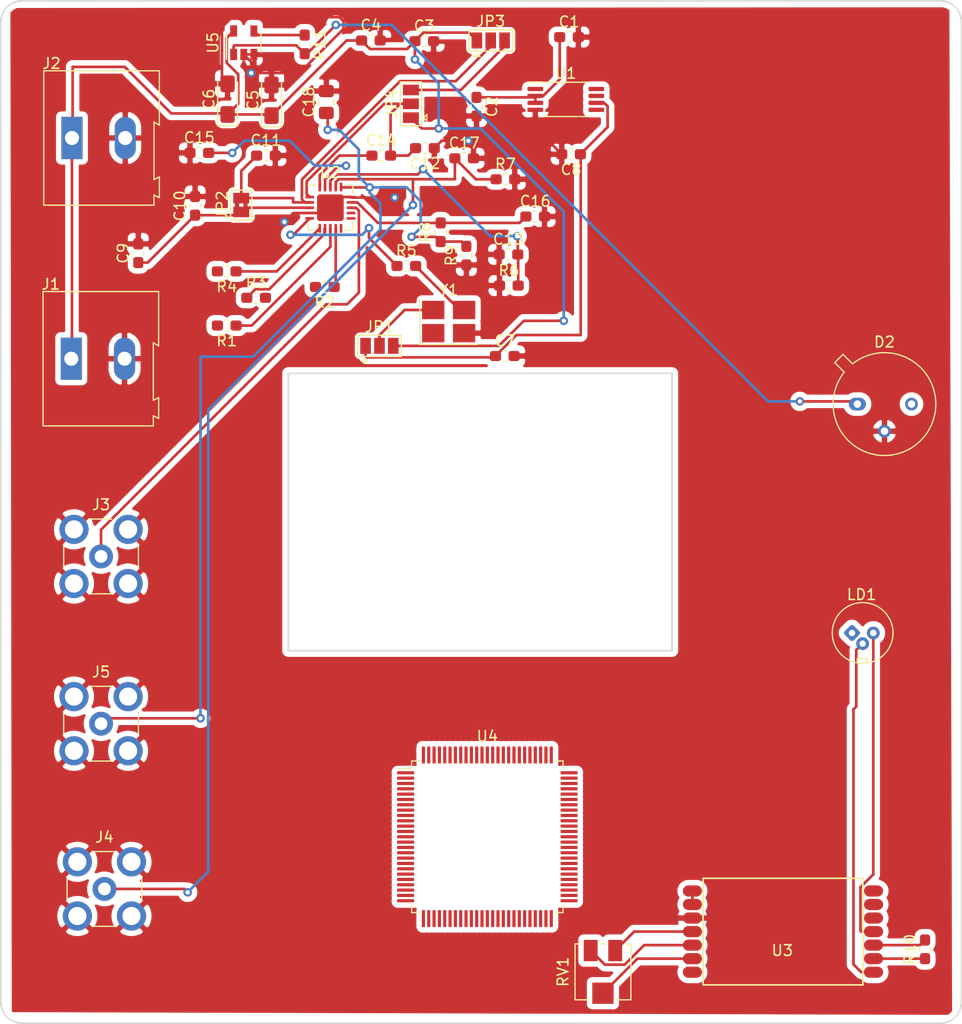
<source format=kicad_pcb>
(kicad_pcb (version 20171130) (host pcbnew "(5.1.6)-1")
  (layers (0 F.Cu signal) (31 B.Cu signal) (34 B.Paste user) (35 F.Paste user) (36 B.SilkS user) (37 F.SilkS user) (38 B.Mask user) (39 F.Mask user) (44 Edge.Cuts user))
  (net 0 "")
  (net 1 GND)
  (net 2 /rf_generator/5V_EXT)
  (net 3 "Net-(C7-Pad1)")
  (net 4 "Net-(C10-Pad1)")
  (net 5 "Net-(C12-Pad2)")
  (net 6 "Net-(C13-Pad2)")
  (net 7 "Net-(C14-Pad1)")
  (net 8 "Net-(C15-Pad2)")
  (net 9 "Net-(C16-Pad1)")
  (net 10 "Net-(C17-Pad1)")
  (net 11 "Net-(C18-Pad1)")
  (net 12 "Net-(D2-Pad1)")
  (net 13 "Net-(J3-Pad1)")
  (net 14 /rf_generator/RESET)
  (net 15 "Net-(R1-Pad1)")
  (net 16 /rf_generator/SLEEP)
  (net 17 "Net-(R2-Pad1)")
  (net 18 /rf_generator/PSEL)
  (net 19 "Net-(R3-Pad1)")
  (net 20 /rf_generator/FSEL)
  (net 21 "Net-(R4-Pad1)")
  (net 22 "Net-(R5-Pad2)")
  (net 23 "Net-(R5-Pad1)")
  (net 24 /rf_generator/FSYNC)
  (net 25 /rf_generator/SDATA)
  (net 26 "Net-(U4-Pad100)")
  (net 27 "Net-(U4-Pad99)")
  (net 28 "Net-(U4-Pad98)")
  (net 29 "Net-(U4-Pad97)")
  (net 30 "Net-(U4-Pad96)")
  (net 31 "Net-(U4-Pad95)")
  (net 32 "Net-(U4-Pad94)")
  (net 33 "Net-(U4-Pad93)")
  (net 34 "Net-(U4-Pad92)")
  (net 35 "Net-(U4-Pad91)")
  (net 36 "Net-(U4-Pad90)")
  (net 37 "Net-(U4-Pad89)")
  (net 38 "Net-(U4-Pad88)")
  (net 39 "Net-(U4-Pad87)")
  (net 40 "Net-(U4-Pad86)")
  (net 41 "Net-(U4-Pad85)")
  (net 42 "Net-(U4-Pad84)")
  (net 43 "Net-(U4-Pad83)")
  (net 44 "Net-(U4-Pad82)")
  (net 45 "Net-(U4-Pad81)")
  (net 46 "Net-(U4-Pad80)")
  (net 47 "Net-(U4-Pad79)")
  (net 48 "Net-(U4-Pad78)")
  (net 49 "Net-(U4-Pad77)")
  (net 50 "Net-(U4-Pad76)")
  (net 51 "Net-(U4-Pad75)")
  (net 52 "Net-(U4-Pad74)")
  (net 53 "Net-(U4-Pad73)")
  (net 54 "Net-(U4-Pad72)")
  (net 55 "Net-(U4-Pad71)")
  (net 56 "Net-(U4-Pad70)")
  (net 57 "Net-(U4-Pad69)")
  (net 58 "Net-(U4-Pad68)")
  (net 59 "Net-(U4-Pad67)")
  (net 60 "Net-(U4-Pad66)")
  (net 61 "Net-(U4-Pad65)")
  (net 62 "Net-(U4-Pad64)")
  (net 63 "Net-(U4-Pad63)")
  (net 64 "Net-(U4-Pad62)")
  (net 65 "Net-(U4-Pad61)")
  (net 66 "Net-(U4-Pad60)")
  (net 67 "Net-(U4-Pad59)")
  (net 68 "Net-(U4-Pad58)")
  (net 69 "Net-(U4-Pad57)")
  (net 70 "Net-(U4-Pad56)")
  (net 71 "Net-(U4-Pad55)")
  (net 72 "Net-(U4-Pad54)")
  (net 73 "Net-(U4-Pad53)")
  (net 74 "Net-(U4-Pad52)")
  (net 75 "Net-(U4-Pad51)")
  (net 76 "Net-(U4-Pad50)")
  (net 77 "Net-(U4-Pad49)")
  (net 78 "Net-(U4-Pad48)")
  (net 79 "Net-(U4-Pad47)")
  (net 80 "Net-(U4-Pad46)")
  (net 81 "Net-(U4-Pad45)")
  (net 82 "Net-(U4-Pad44)")
  (net 83 "Net-(U4-Pad43)")
  (net 84 "Net-(U4-Pad42)")
  (net 85 "Net-(U4-Pad41)")
  (net 86 "Net-(U4-Pad40)")
  (net 87 "Net-(U4-Pad39)")
  (net 88 "Net-(U4-Pad38)")
  (net 89 "Net-(U4-Pad37)")
  (net 90 "Net-(U4-Pad36)")
  (net 91 "Net-(U4-Pad35)")
  (net 92 "Net-(U4-Pad34)")
  (net 93 "Net-(U4-Pad33)")
  (net 94 "Net-(U4-Pad32)")
  (net 95 "Net-(U4-Pad31)")
  (net 96 "Net-(U4-Pad30)")
  (net 97 "Net-(U4-Pad29)")
  (net 98 "Net-(U4-Pad28)")
  (net 99 "Net-(U4-Pad27)")
  (net 100 "Net-(U4-Pad26)")
  (net 101 "Net-(U4-Pad25)")
  (net 102 "Net-(U4-Pad24)")
  (net 103 "Net-(U4-Pad23)")
  (net 104 "Net-(U4-Pad22)")
  (net 105 "Net-(U4-Pad21)")
  (net 106 "Net-(U4-Pad20)")
  (net 107 "Net-(U4-Pad19)")
  (net 108 "Net-(U4-Pad18)")
  (net 109 "Net-(U4-Pad17)")
  (net 110 "Net-(U4-Pad16)")
  (net 111 "Net-(U4-Pad15)")
  (net 112 "Net-(U4-Pad14)")
  (net 113 "Net-(U4-Pad13)")
  (net 114 "Net-(U4-Pad12)")
  (net 115 "Net-(U4-Pad11)")
  (net 116 "Net-(U4-Pad10)")
  (net 117 "Net-(U4-Pad9)")
  (net 118 "Net-(U4-Pad8)")
  (net 119 "Net-(U4-Pad7)")
  (net 120 "Net-(U4-Pad6)")
  (net 121 "Net-(U4-Pad5)")
  (net 122 "Net-(U4-Pad4)")
  (net 123 "Net-(U4-Pad3)")
  (net 124 "Net-(U4-Pad1)")
  (net 125 "Net-(JP1-Pad2)")
  (net 126 "Net-(LD1-Pad3)")
  (net 127 "Net-(LD1-Pad2)")
  (net 128 "Net-(R10-Pad2)")
  (net 129 /Laser/LD_CURR)
  (net 130 "Net-(R11-Pad1)")
  (net 131 "Net-(RV1-Pad3)")
  (net 132 "Net-(RV1-Pad2)")
  (net 133 "Net-(RV1-Pad1)")
  (net 134 "Net-(U1-Pad8)")
  (net 135 "Net-(U1-Pad7)")
  (net 136 "Net-(U1-Pad5)")
  (net 137 "Net-(U1-Pad1)")
  (net 138 "Net-(Y1-Pad1)")
  (net 139 "Net-(U3-Pad10)")
  (net 140 "Net-(U3-Pad9)")
  (net 141 "Net-(U3-Pad8)")
  (net 142 "Net-(U3-Pad7)")
  (net 143 +5V)
  (net 144 +3V3)
  (net 145 /rf_generator/DVDD1)
  (net 146 /rf_generator/3,3V_BF)
  (net 147 /Microcontroller/SCLK)
  (module Package_TO_SOT_SMD:SOT-23-5 (layer F.Cu) (at 122.8065 53.932 90)
    (fp_text reference U5 (at 0 -2.9 90) (layer F.SilkS))
    (fp_text value LM321)
    (pad 5 smd rect (at 1.1 -0.95 90) (size 1.06 0.65) (layers F.Cu F.Paste F.Mask) (net 144 +3V3))
    (pad 4 smd rect (at 1.1 0.95 90) (size 1.06 0.65) (layers F.Cu F.Paste F.Mask) (net 130 "Net-(R11-Pad1)"))
    (pad 3 smd rect (at -1.1 0.95 90) (size 1.06 0.65) (layers F.Cu F.Paste F.Mask) (net 1 GND))
    (pad 2 smd rect (at -1.1 0 90) (size 1.06 0.65) (layers F.Cu F.Paste F.Mask) (net 1 GND))
    (pad 1 smd rect (at -1.1 -0.95 90) (size 1.06 0.65) (layers F.Cu F.Paste F.Mask) (net 12 "Net-(D2-Pad1)"))
  )
  (module Payload_V01:MLD203CLN (layer F.Cu) (at 173.4185 137.287)
    (fp_text reference U3 (at -0.0635 1.778) (layer F.SilkS))
    (fp_text value MLD203CLN)
    (pad 14 smd oval (at 8.5 3.81) (size 1.8 1.05) (layers F.Cu F.Paste F.Mask) (net 127 "Net-(LD1-Pad2)"))
    (pad 13 smd oval (at 8.5 2.54) (size 1.8 1.05) (layers F.Cu F.Paste F.Mask) (net 129 /Laser/LD_CURR))
    (pad 12 smd oval (at 8.5 1.27) (size 1.8 1.05) (layers F.Cu F.Paste F.Mask) (net 128 "Net-(R10-Pad2)"))
    (pad 11 smd oval (at 8.5 0) (size 1.8 1.05) (layers F.Cu F.Paste F.Mask) (net 126 "Net-(LD1-Pad3)"))
    (pad 10 smd oval (at 8.5 -1.27) (size 1.8 1.05) (layers F.Cu F.Paste F.Mask) (net 139 "Net-(U3-Pad10)"))
    (pad 9 smd oval (at 8.5 -2.54) (size 1.8 1.05) (layers F.Cu F.Paste F.Mask) (net 140 "Net-(U3-Pad9)"))
    (pad 8 smd oval (at 8.5 -3.81) (size 1.8 1.05) (layers F.Cu F.Paste F.Mask) (net 141 "Net-(U3-Pad8)"))
    (pad 7 smd oval (at -8.5 3.81) (size 1.8 1.05) (layers F.Cu F.Paste F.Mask) (net 142 "Net-(U3-Pad7)"))
    (pad 6 smd oval (at -8.5 2.54) (size 1.8 1.05) (layers F.Cu F.Paste F.Mask) (net 132 "Net-(RV1-Pad2)"))
    (pad 5 smd oval (at -8.5 1.27) (size 1.8 1.05) (layers F.Cu F.Paste F.Mask) (net 133 "Net-(RV1-Pad1)"))
    (pad 4 smd oval (at -8.5 0) (size 1.8 1.05) (layers F.Cu F.Paste F.Mask) (net 131 "Net-(RV1-Pad3)"))
    (pad 3 smd oval (at -8.5 -1.27) (size 1.8 1.05) (layers F.Cu F.Paste F.Mask) (net 1 GND))
    (pad 2 smd oval (at -8.5 -2.54) (size 1.8 1.05) (layers F.Cu F.Paste F.Mask) (net 143 +5V))
    (pad 1 smd oval (at -8.5 -3.81) (size 1.8 1.05) (layers F.Cu F.Paste F.Mask) (net 143 +5V))
  )
  (module Crystal:Crystal_SMD_SeikoEpson_TSX3225-4Pin_3.2x2.5mm_HandSoldering (layer F.Cu) (at 142.039 80.0815)
    (fp_text reference Y1 (at 0 -2.95) (layer F.SilkS))
    (fp_text value SG-310SCF)
    (pad 4 smd rect (at -1.45 -1.0875) (size 2.1 1.725) (layers F.Cu F.Paste F.Mask) (net 125 "Net-(JP1-Pad2)"))
    (pad 3 smd rect (at 1.45 -1.0875) (size 2.1 1.725) (layers F.Cu F.Paste F.Mask) (net 22 "Net-(R5-Pad2)"))
    (pad 2 smd rect (at 1.45 1.0875) (size 2.1 1.725) (layers F.Cu F.Paste F.Mask) (net 1 GND))
    (pad 1 smd rect (at -1.45 1.0875) (size 2.1 1.725) (layers F.Cu F.Paste F.Mask) (net 138 "Net-(Y1-Pad1)"))
  )
  (module Package_QFP:LQFP-100_14x14mm_P0.5mm (layer F.Cu) (at 145.669 128.397)
    (fp_text reference U4 (at 0 -9.42) (layer F.SilkS))
    (fp_text value STM32F407VETx)
    (pad 100 smd roundrect (at -6 -7.675) (size 0.3 1.6) (layers F.Cu F.Paste F.Mask) (net 26 "Net-(U4-Pad100)"))
    (pad 99 smd roundrect (at -5.5 -7.675) (size 0.3 1.6) (layers F.Cu F.Paste F.Mask) (net 27 "Net-(U4-Pad99)"))
    (pad 98 smd roundrect (at -5 -7.675) (size 0.3 1.6) (layers F.Cu F.Paste F.Mask) (net 28 "Net-(U4-Pad98)"))
    (pad 97 smd roundrect (at -4.5 -7.675) (size 0.3 1.6) (layers F.Cu F.Paste F.Mask) (net 29 "Net-(U4-Pad97)"))
    (pad 96 smd roundrect (at -4 -7.675) (size 0.3 1.6) (layers F.Cu F.Paste F.Mask) (net 30 "Net-(U4-Pad96)"))
    (pad 95 smd roundrect (at -3.5 -7.675) (size 0.3 1.6) (layers F.Cu F.Paste F.Mask) (net 31 "Net-(U4-Pad95)"))
    (pad 94 smd roundrect (at -3 -7.675) (size 0.3 1.6) (layers F.Cu F.Paste F.Mask) (net 32 "Net-(U4-Pad94)"))
    (pad 93 smd roundrect (at -2.5 -7.675) (size 0.3 1.6) (layers F.Cu F.Paste F.Mask) (net 33 "Net-(U4-Pad93)"))
    (pad 92 smd roundrect (at -2 -7.675) (size 0.3 1.6) (layers F.Cu F.Paste F.Mask) (net 34 "Net-(U4-Pad92)"))
    (pad 91 smd roundrect (at -1.5 -7.675) (size 0.3 1.6) (layers F.Cu F.Paste F.Mask) (net 35 "Net-(U4-Pad91)"))
    (pad 90 smd roundrect (at -1 -7.675) (size 0.3 1.6) (layers F.Cu F.Paste F.Mask) (net 36 "Net-(U4-Pad90)"))
    (pad 89 smd roundrect (at -0.5 -7.675) (size 0.3 1.6) (layers F.Cu F.Paste F.Mask) (net 37 "Net-(U4-Pad89)"))
    (pad 88 smd roundrect (at 0 -7.675) (size 0.3 1.6) (layers F.Cu F.Paste F.Mask) (net 38 "Net-(U4-Pad88)"))
    (pad 87 smd roundrect (at 0.5 -7.675) (size 0.3 1.6) (layers F.Cu F.Paste F.Mask) (net 39 "Net-(U4-Pad87)"))
    (pad 86 smd roundrect (at 1 -7.675) (size 0.3 1.6) (layers F.Cu F.Paste F.Mask) (net 40 "Net-(U4-Pad86)"))
    (pad 85 smd roundrect (at 1.5 -7.675) (size 0.3 1.6) (layers F.Cu F.Paste F.Mask) (net 41 "Net-(U4-Pad85)"))
    (pad 84 smd roundrect (at 2 -7.675) (size 0.3 1.6) (layers F.Cu F.Paste F.Mask) (net 42 "Net-(U4-Pad84)"))
    (pad 83 smd roundrect (at 2.5 -7.675) (size 0.3 1.6) (layers F.Cu F.Paste F.Mask) (net 43 "Net-(U4-Pad83)"))
    (pad 82 smd roundrect (at 3 -7.675) (size 0.3 1.6) (layers F.Cu F.Paste F.Mask) (net 44 "Net-(U4-Pad82)"))
    (pad 81 smd roundrect (at 3.5 -7.675) (size 0.3 1.6) (layers F.Cu F.Paste F.Mask) (net 45 "Net-(U4-Pad81)"))
    (pad 80 smd roundrect (at 4 -7.675) (size 0.3 1.6) (layers F.Cu F.Paste F.Mask) (net 46 "Net-(U4-Pad80)"))
    (pad 79 smd roundrect (at 4.5 -7.675) (size 0.3 1.6) (layers F.Cu F.Paste F.Mask) (net 47 "Net-(U4-Pad79)"))
    (pad 78 smd roundrect (at 5 -7.675) (size 0.3 1.6) (layers F.Cu F.Paste F.Mask) (net 48 "Net-(U4-Pad78)"))
    (pad 77 smd roundrect (at 5.5 -7.675) (size 0.3 1.6) (layers F.Cu F.Paste F.Mask) (net 49 "Net-(U4-Pad77)"))
    (pad 76 smd roundrect (at 6 -7.675) (size 0.3 1.6) (layers F.Cu F.Paste F.Mask) (net 50 "Net-(U4-Pad76)"))
    (pad 75 smd roundrect (at 7.675 -6) (size 1.6 0.3) (layers F.Cu F.Paste F.Mask) (net 51 "Net-(U4-Pad75)"))
    (pad 74 smd roundrect (at 7.675 -5.5) (size 1.6 0.3) (layers F.Cu F.Paste F.Mask) (net 52 "Net-(U4-Pad74)"))
    (pad 73 smd roundrect (at 7.675 -5) (size 1.6 0.3) (layers F.Cu F.Paste F.Mask) (net 53 "Net-(U4-Pad73)"))
    (pad 72 smd roundrect (at 7.675 -4.5) (size 1.6 0.3) (layers F.Cu F.Paste F.Mask) (net 54 "Net-(U4-Pad72)"))
    (pad 71 smd roundrect (at 7.675 -4) (size 1.6 0.3) (layers F.Cu F.Paste F.Mask) (net 55 "Net-(U4-Pad71)"))
    (pad 70 smd roundrect (at 7.675 -3.5) (size 1.6 0.3) (layers F.Cu F.Paste F.Mask) (net 56 "Net-(U4-Pad70)"))
    (pad 69 smd roundrect (at 7.675 -3) (size 1.6 0.3) (layers F.Cu F.Paste F.Mask) (net 57 "Net-(U4-Pad69)"))
    (pad 68 smd roundrect (at 7.675 -2.5) (size 1.6 0.3) (layers F.Cu F.Paste F.Mask) (net 58 "Net-(U4-Pad68)"))
    (pad 67 smd roundrect (at 7.675 -2) (size 1.6 0.3) (layers F.Cu F.Paste F.Mask) (net 59 "Net-(U4-Pad67)"))
    (pad 66 smd roundrect (at 7.675 -1.5) (size 1.6 0.3) (layers F.Cu F.Paste F.Mask) (net 60 "Net-(U4-Pad66)"))
    (pad 65 smd roundrect (at 7.675 -1) (size 1.6 0.3) (layers F.Cu F.Paste F.Mask) (net 61 "Net-(U4-Pad65)"))
    (pad 64 smd roundrect (at 7.675 -0.5) (size 1.6 0.3) (layers F.Cu F.Paste F.Mask) (net 62 "Net-(U4-Pad64)"))
    (pad 63 smd roundrect (at 7.675 0) (size 1.6 0.3) (layers F.Cu F.Paste F.Mask) (net 63 "Net-(U4-Pad63)"))
    (pad 62 smd roundrect (at 7.675 0.5) (size 1.6 0.3) (layers F.Cu F.Paste F.Mask) (net 64 "Net-(U4-Pad62)"))
    (pad 61 smd roundrect (at 7.675 1) (size 1.6 0.3) (layers F.Cu F.Paste F.Mask) (net 65 "Net-(U4-Pad61)"))
    (pad 60 smd roundrect (at 7.675 1.5) (size 1.6 0.3) (layers F.Cu F.Paste F.Mask) (net 66 "Net-(U4-Pad60)"))
    (pad 59 smd roundrect (at 7.675 2) (size 1.6 0.3) (layers F.Cu F.Paste F.Mask) (net 67 "Net-(U4-Pad59)"))
    (pad 58 smd roundrect (at 7.675 2.5) (size 1.6 0.3) (layers F.Cu F.Paste F.Mask) (net 68 "Net-(U4-Pad58)"))
    (pad 57 smd roundrect (at 7.675 3) (size 1.6 0.3) (layers F.Cu F.Paste F.Mask) (net 69 "Net-(U4-Pad57)"))
    (pad 56 smd roundrect (at 7.675 3.5) (size 1.6 0.3) (layers F.Cu F.Paste F.Mask) (net 70 "Net-(U4-Pad56)"))
    (pad 55 smd roundrect (at 7.675 4) (size 1.6 0.3) (layers F.Cu F.Paste F.Mask) (net 71 "Net-(U4-Pad55)"))
    (pad 54 smd roundrect (at 7.675 4.5) (size 1.6 0.3) (layers F.Cu F.Paste F.Mask) (net 72 "Net-(U4-Pad54)"))
    (pad 53 smd roundrect (at 7.675 5) (size 1.6 0.3) (layers F.Cu F.Paste F.Mask) (net 73 "Net-(U4-Pad53)"))
    (pad 52 smd roundrect (at 7.675 5.5) (size 1.6 0.3) (layers F.Cu F.Paste F.Mask) (net 74 "Net-(U4-Pad52)"))
    (pad 51 smd roundrect (at 7.675 6) (size 1.6 0.3) (layers F.Cu F.Paste F.Mask) (net 75 "Net-(U4-Pad51)"))
    (pad 50 smd roundrect (at 6 7.675) (size 0.3 1.6) (layers F.Cu F.Paste F.Mask) (net 76 "Net-(U4-Pad50)"))
    (pad 49 smd roundrect (at 5.5 7.675) (size 0.3 1.6) (layers F.Cu F.Paste F.Mask) (net 77 "Net-(U4-Pad49)"))
    (pad 48 smd roundrect (at 5 7.675) (size 0.3 1.6) (layers F.Cu F.Paste F.Mask) (net 78 "Net-(U4-Pad48)"))
    (pad 47 smd roundrect (at 4.5 7.675) (size 0.3 1.6) (layers F.Cu F.Paste F.Mask) (net 79 "Net-(U4-Pad47)"))
    (pad 46 smd roundrect (at 4 7.675) (size 0.3 1.6) (layers F.Cu F.Paste F.Mask) (net 80 "Net-(U4-Pad46)"))
    (pad 45 smd roundrect (at 3.5 7.675) (size 0.3 1.6) (layers F.Cu F.Paste F.Mask) (net 81 "Net-(U4-Pad45)"))
    (pad 44 smd roundrect (at 3 7.675) (size 0.3 1.6) (layers F.Cu F.Paste F.Mask) (net 82 "Net-(U4-Pad44)"))
    (pad 43 smd roundrect (at 2.5 7.675) (size 0.3 1.6) (layers F.Cu F.Paste F.Mask) (net 83 "Net-(U4-Pad43)"))
    (pad 42 smd roundrect (at 2 7.675) (size 0.3 1.6) (layers F.Cu F.Paste F.Mask) (net 84 "Net-(U4-Pad42)"))
    (pad 41 smd roundrect (at 1.5 7.675) (size 0.3 1.6) (layers F.Cu F.Paste F.Mask) (net 85 "Net-(U4-Pad41)"))
    (pad 40 smd roundrect (at 1 7.675) (size 0.3 1.6) (layers F.Cu F.Paste F.Mask) (net 86 "Net-(U4-Pad40)"))
    (pad 39 smd roundrect (at 0.5 7.675) (size 0.3 1.6) (layers F.Cu F.Paste F.Mask) (net 87 "Net-(U4-Pad39)"))
    (pad 38 smd roundrect (at 0 7.675) (size 0.3 1.6) (layers F.Cu F.Paste F.Mask) (net 88 "Net-(U4-Pad38)"))
    (pad 37 smd roundrect (at -0.5 7.675) (size 0.3 1.6) (layers F.Cu F.Paste F.Mask) (net 89 "Net-(U4-Pad37)"))
    (pad 36 smd roundrect (at -1 7.675) (size 0.3 1.6) (layers F.Cu F.Paste F.Mask) (net 90 "Net-(U4-Pad36)"))
    (pad 35 smd roundrect (at -1.5 7.675) (size 0.3 1.6) (layers F.Cu F.Paste F.Mask) (net 91 "Net-(U4-Pad35)"))
    (pad 34 smd roundrect (at -2 7.675) (size 0.3 1.6) (layers F.Cu F.Paste F.Mask) (net 92 "Net-(U4-Pad34)"))
    (pad 33 smd roundrect (at -2.5 7.675) (size 0.3 1.6) (layers F.Cu F.Paste F.Mask) (net 93 "Net-(U4-Pad33)"))
    (pad 32 smd roundrect (at -3 7.675) (size 0.3 1.6) (layers F.Cu F.Paste F.Mask) (net 94 "Net-(U4-Pad32)"))
    (pad 31 smd roundrect (at -3.5 7.675) (size 0.3 1.6) (layers F.Cu F.Paste F.Mask) (net 95 "Net-(U4-Pad31)"))
    (pad 30 smd roundrect (at -4 7.675) (size 0.3 1.6) (layers F.Cu F.Paste F.Mask) (net 96 "Net-(U4-Pad30)"))
    (pad 29 smd roundrect (at -4.5 7.675) (size 0.3 1.6) (layers F.Cu F.Paste F.Mask) (net 97 "Net-(U4-Pad29)"))
    (pad 28 smd roundrect (at -5 7.675) (size 0.3 1.6) (layers F.Cu F.Paste F.Mask) (net 98 "Net-(U4-Pad28)"))
    (pad 27 smd roundrect (at -5.5 7.675) (size 0.3 1.6) (layers F.Cu F.Paste F.Mask) (net 99 "Net-(U4-Pad27)"))
    (pad 26 smd roundrect (at -6 7.675) (size 0.3 1.6) (layers F.Cu F.Paste F.Mask) (net 100 "Net-(U4-Pad26)"))
    (pad 25 smd roundrect (at -7.675 6) (size 1.6 0.3) (layers F.Cu F.Paste F.Mask) (net 101 "Net-(U4-Pad25)"))
    (pad 24 smd roundrect (at -7.675 5.5) (size 1.6 0.3) (layers F.Cu F.Paste F.Mask) (net 102 "Net-(U4-Pad24)"))
    (pad 23 smd roundrect (at -7.675 5) (size 1.6 0.3) (layers F.Cu F.Paste F.Mask) (net 103 "Net-(U4-Pad23)"))
    (pad 22 smd roundrect (at -7.675 4.5) (size 1.6 0.3) (layers F.Cu F.Paste F.Mask) (net 104 "Net-(U4-Pad22)"))
    (pad 21 smd roundrect (at -7.675 4) (size 1.6 0.3) (layers F.Cu F.Paste F.Mask) (net 105 "Net-(U4-Pad21)"))
    (pad 20 smd roundrect (at -7.675 3.5) (size 1.6 0.3) (layers F.Cu F.Paste F.Mask) (net 106 "Net-(U4-Pad20)"))
    (pad 19 smd roundrect (at -7.675 3) (size 1.6 0.3) (layers F.Cu F.Paste F.Mask) (net 107 "Net-(U4-Pad19)"))
    (pad 18 smd roundrect (at -7.675 2.5) (size 1.6 0.3) (layers F.Cu F.Paste F.Mask) (net 108 "Net-(U4-Pad18)"))
    (pad 17 smd roundrect (at -7.675 2) (size 1.6 0.3) (layers F.Cu F.Paste F.Mask) (net 109 "Net-(U4-Pad17)"))
    (pad 16 smd roundrect (at -7.675 1.5) (size 1.6 0.3) (layers F.Cu F.Paste F.Mask) (net 110 "Net-(U4-Pad16)"))
    (pad 15 smd roundrect (at -7.675 1) (size 1.6 0.3) (layers F.Cu F.Paste F.Mask) (net 111 "Net-(U4-Pad15)"))
    (pad 14 smd roundrect (at -7.675 0.5) (size 1.6 0.3) (layers F.Cu F.Paste F.Mask) (net 112 "Net-(U4-Pad14)"))
    (pad 13 smd roundrect (at -7.675 0) (size 1.6 0.3) (layers F.Cu F.Paste F.Mask) (net 113 "Net-(U4-Pad13)"))
    (pad 12 smd roundrect (at -7.675 -0.5) (size 1.6 0.3) (layers F.Cu F.Paste F.Mask) (net 114 "Net-(U4-Pad12)"))
    (pad 11 smd roundrect (at -7.675 -1) (size 1.6 0.3) (layers F.Cu F.Paste F.Mask) (net 115 "Net-(U4-Pad11)"))
    (pad 10 smd roundrect (at -7.675 -1.5) (size 1.6 0.3) (layers F.Cu F.Paste F.Mask) (net 116 "Net-(U4-Pad10)"))
    (pad 9 smd roundrect (at -7.675 -2) (size 1.6 0.3) (layers F.Cu F.Paste F.Mask) (net 117 "Net-(U4-Pad9)"))
    (pad 8 smd roundrect (at -7.675 -2.5) (size 1.6 0.3) (layers F.Cu F.Paste F.Mask) (net 118 "Net-(U4-Pad8)"))
    (pad 7 smd roundrect (at -7.675 -3) (size 1.6 0.3) (layers F.Cu F.Paste F.Mask) (net 119 "Net-(U4-Pad7)"))
    (pad 6 smd roundrect (at -7.675 -3.5) (size 1.6 0.3) (layers F.Cu F.Paste F.Mask) (net 120 "Net-(U4-Pad6)"))
    (pad 5 smd roundrect (at -7.675 -4) (size 1.6 0.3) (layers F.Cu F.Paste F.Mask) (net 121 "Net-(U4-Pad5)"))
    (pad 4 smd roundrect (at -7.675 -4.5) (size 1.6 0.3) (layers F.Cu F.Paste F.Mask) (net 122 "Net-(U4-Pad4)"))
    (pad 3 smd roundrect (at -7.675 -5) (size 1.6 0.3) (layers F.Cu F.Paste F.Mask) (net 123 "Net-(U4-Pad3)"))
    (pad 2 smd roundrect (at -7.675 -5.5) (size 1.6 0.3) (layers F.Cu F.Paste F.Mask) (net 147 /Microcontroller/SCLK))
    (pad 1 smd roundrect (at -7.675 -6) (size 1.6 0.3) (layers F.Cu F.Paste F.Mask) (net 124 "Net-(U4-Pad1)"))
  )
  (module Package_CSP:LFCSP-20-1EP_4x4mm_P0.5mm_EP2.5x2.5mm (layer F.Cu) (at 130.937 69.4055)
    (fp_text reference U2 (at 0 -3.3) (layer F.SilkS))
    (fp_text value AD9838)
    (pad 20 smd roundrect (at -1 -1.9375) (size 0.25 0.825) (layers F.Cu F.Paste F.Mask) (net 7 "Net-(C14-Pad1)"))
    (pad 19 smd roundrect (at -0.5 -1.9375) (size 0.25 0.825) (layers F.Cu F.Paste F.Mask) (net 8 "Net-(C15-Pad2)"))
    (pad 18 smd roundrect (at 0 -1.9375) (size 0.25 0.825) (layers F.Cu F.Paste F.Mask) (net 6 "Net-(C13-Pad2)"))
    (pad 17 smd roundrect (at 0.5 -1.9375) (size 0.25 0.825) (layers F.Cu F.Paste F.Mask) (net 10 "Net-(C17-Pad1)"))
    (pad 16 smd roundrect (at 1 -1.9375) (size 0.25 0.825) (layers F.Cu F.Paste F.Mask) (net 11 "Net-(C18-Pad1)"))
    (pad 15 smd roundrect (at 1.9375 -1) (size 0.825 0.25) (layers F.Cu F.Paste F.Mask) (net 1 GND))
    (pad 14 smd roundrect (at 1.9375 -0.5) (size 0.825 0.25) (layers F.Cu F.Paste F.Mask) (net 9 "Net-(C16-Pad1)"))
    (pad 13 smd roundrect (at 1.9375 0) (size 0.825 0.25) (layers F.Cu F.Paste F.Mask) (net 13 "Net-(J3-Pad1)"))
    (pad 12 smd roundrect (at 1.9375 0.5) (size 0.825 0.25) (layers F.Cu F.Paste F.Mask) (net 24 /rf_generator/FSYNC))
    (pad 11 smd roundrect (at 1.9375 1) (size 0.825 0.25) (layers F.Cu F.Paste F.Mask) (net 147 /Microcontroller/SCLK))
    (pad 10 smd roundrect (at 1 1.9375) (size 0.25 0.825) (layers F.Cu F.Paste F.Mask) (net 25 /rf_generator/SDATA))
    (pad 9 smd roundrect (at 0.5 1.9375) (size 0.25 0.825) (layers F.Cu F.Paste F.Mask) (net 17 "Net-(R2-Pad1)"))
    (pad 8 smd roundrect (at 0 1.9375) (size 0.25 0.825) (layers F.Cu F.Paste F.Mask) (net 15 "Net-(R1-Pad1)"))
    (pad 7 smd roundrect (at -0.5 1.9375) (size 0.25 0.825) (layers F.Cu F.Paste F.Mask) (net 19 "Net-(R3-Pad1)"))
    (pad 6 smd roundrect (at -1 1.9375) (size 0.25 0.825) (layers F.Cu F.Paste F.Mask) (net 21 "Net-(R4-Pad1)"))
    (pad 5 smd roundrect (at -1.9375 1) (size 0.825 0.25) (layers F.Cu F.Paste F.Mask) (net 23 "Net-(R5-Pad1)"))
    (pad 4 smd roundrect (at -1.9375 0.5) (size 0.825 0.25) (layers F.Cu F.Paste F.Mask) (net 1 GND))
    (pad 3 smd roundrect (at -1.9375 0) (size 0.825 0.25) (layers F.Cu F.Paste F.Mask) (net 4 "Net-(C10-Pad1)"))
    (pad 2 smd roundrect (at -1.9375 -0.5) (size 0.825 0.25) (layers F.Cu F.Paste F.Mask) (net 145 /rf_generator/DVDD1))
    (pad 1 smd roundrect (at -1.9375 -1) (size 0.825 0.25) (layers F.Cu F.Paste F.Mask) (net 5 "Net-(C12-Pad2)"))
    (pad 21 smd roundrect (at 0 0) (size 2.5 2.5) (layers F.Cu F.Mask) (roundrect_rratio 0.1) (net 1 GND))
  )
  (module Package_SO:TSSOP-8_4.4x3mm_P0.65mm (layer F.Cu) (at 153.035 59.2455)
    (fp_text reference U1 (at 0 -2.45) (layer F.SilkS))
    (fp_text value REF196)
    (pad 8 smd roundrect (at 2.8625 -0.975) (size 1.475 0.4) (layers F.Cu F.Paste F.Mask) (net 134 "Net-(U1-Pad8)"))
    (pad 7 smd roundrect (at 2.8625 -0.325) (size 1.475 0.4) (layers F.Cu F.Paste F.Mask) (net 135 "Net-(U1-Pad7)"))
    (pad 6 smd roundrect (at 2.8625 0.325) (size 1.475 0.4) (layers F.Cu F.Paste F.Mask) (net 3 "Net-(C7-Pad1)"))
    (pad 5 smd roundrect (at 2.8625 0.975) (size 1.475 0.4) (layers F.Cu F.Paste F.Mask) (net 136 "Net-(U1-Pad5)"))
    (pad 4 smd roundrect (at -2.8625 0.975) (size 1.475 0.4) (layers F.Cu F.Paste F.Mask) (net 1 GND))
    (pad 3 smd roundrect (at -2.8625 0.325) (size 1.475 0.4) (layers F.Cu F.Paste F.Mask) (net 2 /rf_generator/5V_EXT))
    (pad 2 smd roundrect (at -2.8625 -0.325) (size 1.475 0.4) (layers F.Cu F.Paste F.Mask) (net 2 /rf_generator/5V_EXT))
    (pad 1 smd roundrect (at -2.8625 -0.975) (size 1.475 0.4) (layers F.Cu F.Paste F.Mask) (net 137 "Net-(U1-Pad1)"))
  )
  (module Potentiometer_SMD:Potentiometer_Vishay_TS53YJ_Vertical (layer F.Cu) (at 156.5205 141.065 90)
    (fp_text reference RV1 (at 0 -3.75 90) (layer F.SilkS))
    (fp_text value 10k)
    (pad 3 smd rect (at 2 1.15 90) (size 2 1.3) (layers F.Cu F.Paste F.Mask) (net 131 "Net-(RV1-Pad3)"))
    (pad 2 smd rect (at -2 0 90) (size 2 2) (layers F.Cu F.Paste F.Mask) (net 132 "Net-(RV1-Pad2)"))
    (pad 1 smd rect (at 2 -1.15 90) (size 2 1.3) (layers F.Cu F.Paste F.Mask) (net 133 "Net-(RV1-Pad1)"))
  )
  (module Resistor_SMD:R_0603_1608Metric_Pad1.05x0.95mm_HandSolder (layer F.Cu) (at 128.524 54.088 270)
    (fp_text reference R11 (at 0 -1.43 90) (layer F.SilkS))
    (fp_text value R_US)
    (pad 2 smd roundrect (at 0.875 0 270) (size 1.05 0.95) (layers F.Cu F.Paste F.Mask) (net 12 "Net-(D2-Pad1)"))
    (pad 1 smd roundrect (at -0.875 0 270) (size 1.05 0.95) (layers F.Cu F.Paste F.Mask) (net 130 "Net-(R11-Pad1)"))
  )
  (module Resistor_SMD:R_0603_1608Metric_Pad1.05x0.95mm_HandSolder (layer F.Cu) (at 186.7535 138.952 90)
    (fp_text reference R10 (at 0 -1.43 90) (layer F.SilkS))
    (fp_text value 1k)
    (pad 2 smd roundrect (at 0.875 0 90) (size 1.05 0.95) (layers F.Cu F.Paste F.Mask) (net 128 "Net-(R10-Pad2)"))
    (pad 1 smd roundrect (at -0.875 0 90) (size 1.05 0.95) (layers F.Cu F.Paste F.Mask) (net 129 /Laser/LD_CURR))
  )
  (module Resistor_SMD:R_0603_1608Metric_Pad1.05x0.95mm_HandSolder (layer F.Cu) (at 143.7005 73.9 90)
    (fp_text reference R9 (at 0 -1.43 90) (layer F.SilkS))
    (fp_text value 200)
    (pad 2 smd roundrect (at 0.875 0 90) (size 1.05 0.95) (layers F.Cu F.Paste F.Mask) (net 11 "Net-(C18-Pad1)"))
    (pad 1 smd roundrect (at -0.875 0 90) (size 1.05 0.95) (layers F.Cu F.Paste F.Mask) (net 1 GND))
  )
  (module Resistor_SMD:R_0603_1608Metric_Pad1.05x0.95mm_HandSolder (layer F.Cu) (at 141.2875 71.7055 90)
    (fp_text reference R8 (at 0 -1.43 90) (layer F.SilkS))
    (fp_text value 300)
    (pad 2 smd roundrect (at 0.875 0 90) (size 1.05 0.95) (layers F.Cu F.Paste F.Mask) (net 9 "Net-(C16-Pad1)"))
    (pad 1 smd roundrect (at -0.875 0 90) (size 1.05 0.95) (layers F.Cu F.Paste F.Mask) (net 11 "Net-(C18-Pad1)"))
  )
  (module Resistor_SMD:R_0603_1608Metric_Pad1.05x0.95mm_HandSolder (layer F.Cu) (at 147.3695 66.7385)
    (fp_text reference R7 (at 0 -1.43) (layer F.SilkS))
    (fp_text value 200)
    (pad 2 smd roundrect (at 0.875 0) (size 1.05 0.95) (layers F.Cu F.Paste F.Mask) (net 1 GND))
    (pad 1 smd roundrect (at -0.875 0) (size 1.05 0.95) (layers F.Cu F.Paste F.Mask) (net 10 "Net-(C17-Pad1)"))
  )
  (module Resistor_SMD:R_0603_1608Metric_Pad1.05x0.95mm_HandSolder (layer F.Cu) (at 147.687 76.708)
    (fp_text reference R6 (at 0 -1.43) (layer F.SilkS))
    (fp_text value 6.8k)
    (pad 2 smd roundrect (at 0.875 0) (size 1.05 0.95) (layers F.Cu F.Paste F.Mask) (net 6 "Net-(C13-Pad2)"))
    (pad 1 smd roundrect (at -0.875 0) (size 1.05 0.95) (layers F.Cu F.Paste F.Mask) (net 1 GND))
  )
  (module Resistor_SMD:R_0603_1608Metric_Pad1.05x0.95mm_HandSolder (layer F.Cu) (at 138.063 74.8665)
    (fp_text reference R5 (at 0 -1.43) (layer F.SilkS))
    (fp_text value 0)
    (pad 2 smd roundrect (at 0.875 0) (size 1.05 0.95) (layers F.Cu F.Paste F.Mask) (net 22 "Net-(R5-Pad2)"))
    (pad 1 smd roundrect (at -0.875 0) (size 1.05 0.95) (layers F.Cu F.Paste F.Mask) (net 23 "Net-(R5-Pad1)"))
  )
  (module Resistor_SMD:R_0603_1608Metric_Pad1.05x0.95mm_HandSolder (layer F.Cu) (at 121.2075 75.3745 180)
    (fp_text reference R4 (at 0 -1.43) (layer F.SilkS))
    (fp_text value 0)
    (pad 2 smd roundrect (at 0.875 0 180) (size 1.05 0.95) (layers F.Cu F.Paste F.Mask) (net 20 /rf_generator/FSEL))
    (pad 1 smd roundrect (at -0.875 0 180) (size 1.05 0.95) (layers F.Cu F.Paste F.Mask) (net 21 "Net-(R4-Pad1)"))
  )
  (module Resistor_SMD:R_0603_1608Metric_Pad1.05x0.95mm_HandSolder (layer F.Cu) (at 123.966 77.851)
    (fp_text reference R3 (at 0 -1.43) (layer F.SilkS))
    (fp_text value 0)
    (pad 2 smd roundrect (at 0.875 0) (size 1.05 0.95) (layers F.Cu F.Paste F.Mask) (net 18 /rf_generator/PSEL))
    (pad 1 smd roundrect (at -0.875 0) (size 1.05 0.95) (layers F.Cu F.Paste F.Mask) (net 19 "Net-(R3-Pad1)"))
  )
  (module Resistor_SMD:R_0603_1608Metric_Pad1.05x0.95mm_HandSolder (layer F.Cu) (at 130.415 76.835 180)
    (fp_text reference R2 (at 0 -1.43) (layer F.SilkS))
    (fp_text value 0)
    (pad 2 smd roundrect (at 0.875 0 180) (size 1.05 0.95) (layers F.Cu F.Paste F.Mask) (net 16 /rf_generator/SLEEP))
    (pad 1 smd roundrect (at -0.875 0 180) (size 1.05 0.95) (layers F.Cu F.Paste F.Mask) (net 17 "Net-(R2-Pad1)"))
  )
  (module Resistor_SMD:R_0603_1608Metric_Pad1.05x0.95mm_HandSolder (layer F.Cu) (at 121.2075 80.4545 180)
    (fp_text reference R1 (at 0 -1.43) (layer F.SilkS))
    (fp_text value 0)
    (pad 2 smd roundrect (at 0.875 0 180) (size 1.05 0.95) (layers F.Cu F.Paste F.Mask) (net 14 /rf_generator/RESET))
    (pad 1 smd roundrect (at -0.875 0 180) (size 1.05 0.95) (layers F.Cu F.Paste F.Mask) (net 15 "Net-(R1-Pad1)"))
  )
  (module OptoDevice:LaserDiode_TO18-D5.6-3 (layer F.Cu) (at 179.8955 109.2835)
    (fp_text reference LD1 (at 0.9 -3.6) (layer F.SilkS))
    (fp_text value DJ532-40)
    (pad 3 thru_hole circle (at 2 0) (size 1.2 1.2) (drill 0.6) (layers *.Cu *.Mask) (net 126 "Net-(LD1-Pad3)"))
    (pad 2 thru_hole circle (at 1 1) (size 1.2 1.2) (drill 0.6) (layers *.Cu *.Mask) (net 127 "Net-(LD1-Pad2)"))
    (pad 1 thru_hole roundrect (at 0 0 45) (size 1.2 1.2) (drill 0.6) (layers *.Cu *.Mask) (roundrect_rratio 0.208))
  )
  (module Jumper:SolderJumper-3_P1.3mm_Open_Pad1.0x1.5mm (layer F.Cu) (at 138.4935 59.66 90)
    (fp_text reference JP4 (at 0 -1.8 90) (layer F.SilkS))
    (fp_text value Jumper_3_Open)
    (pad 1 smd rect (at -1.3 0 90) (size 1 1.5) (layers F.Cu F.Mask) (net 144 +3V3))
    (pad 2 smd rect (at 0 0 90) (size 1 1.5) (layers F.Cu F.Mask) (net 5 "Net-(C12-Pad2)"))
    (pad 3 smd rect (at 1.3 0 90) (size 1 1.5) (layers F.Cu F.Mask) (net 146 /rf_generator/3,3V_BF))
  )
  (module Jumper:SolderJumper-3_P1.3mm_Open_Pad1.0x1.5mm (layer F.Cu) (at 145.9865 53.721)
    (fp_text reference JP3 (at 0 -1.8) (layer F.SilkS))
    (fp_text value Jumper_3_Open)
    (pad 1 smd rect (at -1.3 0) (size 1 1.5) (layers F.Cu F.Mask) (net 144 +3V3))
    (pad 2 smd rect (at 0 0) (size 1 1.5) (layers F.Cu F.Mask) (net 145 /rf_generator/DVDD1))
    (pad 3 smd rect (at 1.3 0) (size 1 1.5) (layers F.Cu F.Mask) (net 146 /rf_generator/3,3V_BF))
  )
  (module Jumper:SolderJumper-2_P1.3mm_Bridged2Bar_Pad1.0x1.5mm (layer F.Cu) (at 122.57 69.1515 90)
    (fp_text reference JP2 (at 0 -1.8 90) (layer F.SilkS))
    (fp_text value Jumper)
    (fp_poly (pts (xy -0.25 0.2) (xy 0.25 0.2) (xy 0.25 0.6) (xy -0.25 0.6)) (layer F.Cu) (width 0))
    (fp_poly (pts (xy -0.25 -0.6) (xy 0.25 -0.6) (xy 0.25 -0.2) (xy -0.25 -0.2)) (layer F.Cu) (width 0))
    (pad 2 smd rect (at 0.65 0 90) (size 1 1.5) (layers F.Cu F.Mask) (net 145 /rf_generator/DVDD1))
    (pad 1 smd rect (at -0.65 0 90) (size 1 1.5) (layers F.Cu F.Mask) (net 4 "Net-(C10-Pad1)"))
  )
  (module Jumper:SolderJumper-3_P1.3mm_Open_Pad1.0x1.5mm (layer F.Cu) (at 135.539 82.3595)
    (fp_text reference JP1 (at 0 -1.8) (layer F.SilkS))
    (fp_text value Jumper_3_Open)
    (pad 1 smd rect (at -1.3 0) (size 1 1.5) (layers F.Cu F.Mask) (net 3 "Net-(C7-Pad1)"))
    (pad 2 smd rect (at 0 0) (size 1 1.5) (layers F.Cu F.Mask) (net 125 "Net-(JP1-Pad2)"))
    (pad 3 smd rect (at 1.3 0) (size 1 1.5) (layers F.Cu F.Mask) (net 144 +3V3))
  )
  (module Connector_Coaxial:SMB_Jack_Vertical (layer F.Cu) (at 109.4105 117.7925)
    (fp_text reference J5 (at 0 -4.85) (layer F.SilkS))
    (fp_text value Conn_Coaxial)
    (pad 1 thru_hole circle (at 0 0) (size 2.24 2.24) (drill 1.2) (layers *.Cu *.Mask) (net 11 "Net-(C18-Pad1)"))
    (pad 2 thru_hole circle (at -2.54 -2.54) (size 2.74 2.74) (drill 1.7) (layers *.Cu *.Mask) (net 1 GND))
    (pad 2 thru_hole circle (at 2.54 -2.54) (size 2.74 2.74) (drill 1.7) (layers *.Cu *.Mask) (net 1 GND))
    (pad 2 thru_hole circle (at 2.54 2.54) (size 2.74 2.74) (drill 1.7) (layers *.Cu *.Mask) (net 1 GND))
    (pad 2 thru_hole circle (at -2.54 2.54) (size 2.74 2.74) (drill 1.7) (layers *.Cu *.Mask) (net 1 GND))
  )
  (module Connector_Coaxial:SMB_Jack_Vertical (layer F.Cu) (at 109.728 133.2865)
    (fp_text reference J4 (at 0 -4.85) (layer F.SilkS))
    (fp_text value Conn_Coaxial)
    (pad 1 thru_hole circle (at 0 0) (size 2.24 2.24) (drill 1.2) (layers *.Cu *.Mask) (net 10 "Net-(C17-Pad1)"))
    (pad 2 thru_hole circle (at -2.54 -2.54) (size 2.74 2.74) (drill 1.7) (layers *.Cu *.Mask) (net 1 GND))
    (pad 2 thru_hole circle (at 2.54 -2.54) (size 2.74 2.74) (drill 1.7) (layers *.Cu *.Mask) (net 1 GND))
    (pad 2 thru_hole circle (at 2.54 2.54) (size 2.74 2.74) (drill 1.7) (layers *.Cu *.Mask) (net 1 GND))
    (pad 2 thru_hole circle (at -2.54 2.54) (size 2.74 2.74) (drill 1.7) (layers *.Cu *.Mask) (net 1 GND))
  )
  (module Connector_Coaxial:SMB_Jack_Vertical (layer F.Cu) (at 109.4105 102.108)
    (fp_text reference J3 (at 0 -4.85) (layer F.SilkS))
    (fp_text value Conn_Coaxial)
    (pad 1 thru_hole circle (at 0 0) (size 2.24 2.24) (drill 1.2) (layers *.Cu *.Mask) (net 13 "Net-(J3-Pad1)"))
    (pad 2 thru_hole circle (at -2.54 -2.54) (size 2.74 2.74) (drill 1.7) (layers *.Cu *.Mask) (net 1 GND))
    (pad 2 thru_hole circle (at 2.54 -2.54) (size 2.74 2.74) (drill 1.7) (layers *.Cu *.Mask) (net 1 GND))
    (pad 2 thru_hole circle (at 2.54 2.54) (size 2.74 2.74) (drill 1.7) (layers *.Cu *.Mask) (net 1 GND))
    (pad 2 thru_hole circle (at -2.54 2.54) (size 2.74 2.74) (drill 1.7) (layers *.Cu *.Mask) (net 1 GND))
  )
  (module TerminalBlock:TerminalBlock_Altech_AK300-2_P5.00mm (layer F.Cu) (at 106.68 62.865)
    (fp_text reference J2 (at -1.92 -6.99) (layer F.SilkS))
    (fp_text value Screw_Terminal_01x02)
    (pad 2 thru_hole oval (at 5 0) (size 1.98 3.96) (drill 1.32) (layers *.Cu *.Mask) (net 1 GND))
    (pad 1 thru_hole rect (at 0 0) (size 1.98 3.96) (drill 1.32) (layers *.Cu *.Mask) (net 144 +3V3))
  )
  (module TerminalBlock:TerminalBlock_Altech_AK300-2_P5.00mm (layer F.Cu) (at 106.6165 83.566)
    (fp_text reference J1 (at -1.92 -6.99) (layer F.SilkS))
    (fp_text value Screw_Terminal_01x02)
    (pad 2 thru_hole oval (at 5 0) (size 1.98 3.96) (drill 1.32) (layers *.Cu *.Mask) (net 1 GND))
    (pad 1 thru_hole rect (at 0 0) (size 1.98 3.96) (drill 1.32) (layers *.Cu *.Mask) (net 144 +3V3))
  )
  (module Package_TO_SOT_THT:TO-5-3 (layer F.Cu) (at 180.4035 87.8205)
    (fp_text reference D2 (at 2.54 -5.82) (layer F.SilkS))
    (fp_text value D_Photo)
    (pad 3 thru_hole oval (at 5.08 0) (size 1.2 1.2) (drill 0.7) (layers *.Cu *.Mask))
    (pad 2 thru_hole oval (at 2.54 2.54) (size 1.2 1.2) (drill 0.7) (layers *.Cu *.Mask) (net 1 GND))
    (pad 1 thru_hole oval (at 0 0) (size 1.6 1.2) (drill 0.7) (layers *.Cu *.Mask) (net 12 "Net-(D2-Pad1)"))
  )
  (module Capacitor_SMD:C_0805_2012Metric_Pad1.15x1.40mm_HandSolder (layer F.Cu) (at 130.556 59.4905 90)
    (fp_text reference C18 (at 0 -1.65 90) (layer F.SilkS))
    (fp_text value 0.1uF)
    (pad 2 smd roundrect (at 1.025 0 90) (size 1.15 1.4) (layers F.Cu F.Paste F.Mask) (roundrect_rratio 0.217391) (net 1 GND))
    (pad 1 smd roundrect (at -1.025 0 90) (size 1.15 1.4) (layers F.Cu F.Paste F.Mask) (roundrect_rratio 0.217391) (net 11 "Net-(C18-Pad1)"))
  )
  (module Capacitor_SMD:C_0603_1608Metric_Pad1.05x0.95mm_HandSolder (layer F.Cu) (at 143.496 64.77)
    (fp_text reference C17 (at 0 -1.43) (layer F.SilkS))
    (fp_text value 0.1uF)
    (pad 2 smd roundrect (at 0.875 0) (size 1.05 0.95) (layers F.Cu F.Paste F.Mask) (net 1 GND))
    (pad 1 smd roundrect (at -0.875 0) (size 1.05 0.95) (layers F.Cu F.Paste F.Mask) (net 10 "Net-(C17-Pad1)"))
  )
  (module Capacitor_SMD:C_0603_1608Metric_Pad1.05x0.95mm_HandSolder (layer F.Cu) (at 150.1635 70.231)
    (fp_text reference C16 (at 0 -1.43) (layer F.SilkS))
    (fp_text value 0.1uF)
    (pad 2 smd roundrect (at 0.875 0) (size 1.05 0.95) (layers F.Cu F.Paste F.Mask) (net 1 GND))
    (pad 1 smd roundrect (at -0.875 0) (size 1.05 0.95) (layers F.Cu F.Paste F.Mask) (net 9 "Net-(C16-Pad1)"))
  )
  (module Capacitor_SMD:C_0603_1608Metric_Pad1.05x0.95mm_HandSolder (layer F.Cu) (at 118.632 64.262)
    (fp_text reference C15 (at 0 -1.43) (layer F.SilkS))
    (fp_text value 0.1uF)
    (pad 2 smd roundrect (at 0.875 0) (size 1.05 0.95) (layers F.Cu F.Paste F.Mask) (net 8 "Net-(C15-Pad2)"))
    (pad 1 smd roundrect (at -0.875 0) (size 1.05 0.95) (layers F.Cu F.Paste F.Mask) (net 1 GND))
  )
  (module Capacitor_SMD:C_0603_1608Metric_Pad1.05x0.95mm_HandSolder (layer F.Cu) (at 135.7135 64.516)
    (fp_text reference C14 (at 0 -1.43) (layer F.SilkS))
    (fp_text value 0.01uF)
    (pad 2 smd roundrect (at 0.875 0) (size 1.05 0.95) (layers F.Cu F.Paste F.Mask) (net 5 "Net-(C12-Pad2)"))
    (pad 1 smd roundrect (at -0.875 0) (size 1.05 0.95) (layers F.Cu F.Paste F.Mask) (net 7 "Net-(C14-Pad1)"))
  )
  (module Capacitor_SMD:C_0603_1608Metric_Pad1.05x0.95mm_HandSolder (layer F.Cu) (at 147.6515 73.787)
    (fp_text reference C13 (at 0 -1.43) (layer F.SilkS))
    (fp_text value 0.1uF)
    (pad 2 smd roundrect (at 0.875 0) (size 1.05 0.95) (layers F.Cu F.Paste F.Mask) (net 6 "Net-(C13-Pad2)"))
    (pad 1 smd roundrect (at -0.875 0) (size 1.05 0.95) (layers F.Cu F.Paste F.Mask) (net 1 GND))
  )
  (module Capacitor_SMD:C_0603_1608Metric_Pad1.05x0.95mm_HandSolder (layer F.Cu) (at 139.813 63.8175 180)
    (fp_text reference C12 (at 0 -1.43) (layer F.SilkS))
    (fp_text value 0.1uF)
    (pad 2 smd roundrect (at 0.875 0 180) (size 1.05 0.95) (layers F.Cu F.Paste F.Mask) (net 5 "Net-(C12-Pad2)"))
    (pad 1 smd roundrect (at -0.875 0 180) (size 1.05 0.95) (layers F.Cu F.Paste F.Mask) (net 1 GND))
  )
  (module Capacitor_SMD:C_0603_1608Metric_Pad1.05x0.95mm_HandSolder (layer F.Cu) (at 124.8905 64.516)
    (fp_text reference C11 (at 0 -1.43) (layer F.SilkS))
    (fp_text value 0.1uF)
    (pad 2 smd roundrect (at 0.875 0) (size 1.05 0.95) (layers F.Cu F.Paste F.Mask) (net 1 GND))
    (pad 1 smd roundrect (at -0.875 0) (size 1.05 0.95) (layers F.Cu F.Paste F.Mask) (net 145 /rf_generator/DVDD1))
  )
  (module Capacitor_SMD:C_0603_1608Metric_Pad1.05x0.95mm_HandSolder (layer F.Cu) (at 118.237 69.229 90)
    (fp_text reference C10 (at 0 -1.43 90) (layer F.SilkS))
    (fp_text value 0.1uF)
    (pad 2 smd roundrect (at 0.875 0 90) (size 1.05 0.95) (layers F.Cu F.Paste F.Mask) (net 1 GND))
    (pad 1 smd roundrect (at -0.875 0 90) (size 1.05 0.95) (layers F.Cu F.Paste F.Mask) (net 4 "Net-(C10-Pad1)"))
  )
  (module Capacitor_SMD:C_0603_1608Metric_Pad1.05x0.95mm_HandSolder (layer F.Cu) (at 112.903 73.674 90)
    (fp_text reference C9 (at 0 -1.43 90) (layer F.SilkS))
    (fp_text value 1uF)
    (pad 2 smd roundrect (at 0.875 0 90) (size 1.05 0.95) (layers F.Cu F.Paste F.Mask) (net 1 GND))
    (pad 1 smd roundrect (at -0.875 0 90) (size 1.05 0.95) (layers F.Cu F.Paste F.Mask) (net 4 "Net-(C10-Pad1)"))
  )
  (module Capacitor_SMD:C_0603_1608Metric_Pad1.05x0.95mm_HandSolder (layer F.Cu) (at 153.529 64.389 180)
    (fp_text reference C8 (at 0 -1.43) (layer F.SilkS))
    (fp_text value 1uF)
    (pad 2 smd roundrect (at 0.875 0 180) (size 1.05 0.95) (layers F.Cu F.Paste F.Mask) (net 1 GND))
    (pad 1 smd roundrect (at -0.875 0 180) (size 1.05 0.95) (layers F.Cu F.Paste F.Mask) (net 3 "Net-(C7-Pad1)"))
  )
  (module Capacitor_SMD:C_0603_1608Metric_Pad1.05x0.95mm_HandSolder (layer F.Cu) (at 147.306 83.312)
    (fp_text reference C7 (at 0 -1.43) (layer F.SilkS))
    (fp_text value 0.1uF)
    (pad 2 smd roundrect (at 0.875 0) (size 1.05 0.95) (layers F.Cu F.Paste F.Mask) (net 1 GND))
    (pad 1 smd roundrect (at -0.875 0) (size 1.05 0.95) (layers F.Cu F.Paste F.Mask) (net 3 "Net-(C7-Pad1)"))
  )
  (module Capacitor_Tantalum_SMD:CP_EIA-3216-18_Kemet-A_Pad1.58x1.35mm_HandSolder (layer F.Cu) (at 121.285 59.2225 90)
    (fp_text reference C6 (at 0 -1.75 90) (layer F.SilkS))
    (fp_text value 10uF)
    (pad 2 smd roundrect (at 1.4375 0 90) (size 1.575 1.35) (layers F.Cu F.Paste F.Mask) (roundrect_rratio 0.185185) (net 1 GND))
    (pad 1 smd roundrect (at -1.4375 0 90) (size 1.575 1.35) (layers F.Cu F.Paste F.Mask) (roundrect_rratio 0.185185) (net 144 +3V3))
  )
  (module Capacitor_Tantalum_SMD:CP_EIA-3216-18_Kemet-A_Pad1.58x1.35mm_HandSolder (layer F.Cu) (at 125.4125 59.332 90)
    (fp_text reference C5 (at 0 -1.75 90) (layer F.SilkS))
    (fp_text value 10uF)
    (pad 2 smd roundrect (at 1.4375 0 90) (size 1.575 1.35) (layers F.Cu F.Paste F.Mask) (roundrect_rratio 0.185185) (net 1 GND))
    (pad 1 smd roundrect (at -1.4375 0 90) (size 1.575 1.35) (layers F.Cu F.Paste F.Mask) (roundrect_rratio 0.185185) (net 144 +3V3))
  )
  (module Capacitor_SMD:C_0603_1608Metric_Pad1.05x0.95mm_HandSolder (layer F.Cu) (at 134.733 53.721)
    (fp_text reference C4 (at 0 -1.43) (layer F.SilkS))
    (fp_text value 0.1uF)
    (pad 2 smd roundrect (at 0.875 0) (size 1.05 0.95) (layers F.Cu F.Paste F.Mask) (net 1 GND))
    (pad 1 smd roundrect (at -0.875 0) (size 1.05 0.95) (layers F.Cu F.Paste F.Mask) (net 144 +3V3))
  )
  (module Capacitor_SMD:C_0603_1608Metric_Pad1.05x0.95mm_HandSolder (layer F.Cu) (at 139.7495 53.7845)
    (fp_text reference C3 (at 0 -1.43) (layer F.SilkS))
    (fp_text value 0.1uF)
    (pad 2 smd roundrect (at 0.875 0) (size 1.05 0.95) (layers F.Cu F.Paste F.Mask) (net 1 GND))
    (pad 1 smd roundrect (at -0.875 0) (size 1.05 0.95) (layers F.Cu F.Paste F.Mask) (net 144 +3V3))
  )
  (module Capacitor_SMD:C_0603_1608Metric_Pad1.05x0.95mm_HandSolder (layer F.Cu) (at 144.653 59.93 270)
    (fp_text reference C2 (at 0 -1.43 90) (layer F.SilkS))
    (fp_text value 10uF)
    (pad 2 smd roundrect (at 0.875 0 270) (size 1.05 0.95) (layers F.Cu F.Paste F.Mask) (net 1 GND))
    (pad 1 smd roundrect (at -0.875 0 270) (size 1.05 0.95) (layers F.Cu F.Paste F.Mask) (net 2 /rf_generator/5V_EXT))
  )
  (module Capacitor_SMD:C_0603_1608Metric_Pad1.05x0.95mm_HandSolder (layer F.Cu) (at 153.3385 53.4035)
    (fp_text reference C1 (at 0 -1.43) (layer F.SilkS))
    (fp_text value 0.1uF)
    (pad 2 smd roundrect (at 0.875 0) (size 1.05 0.95) (layers F.Cu F.Paste F.Mask) (net 1 GND))
    (pad 1 smd roundrect (at -0.875 0) (size 1.05 0.95) (layers F.Cu F.Paste F.Mask) (net 2 /rf_generator/5V_EXT))
  )
  (gr_line (start 127 110.9425) (end 163 110.9425) (layer Edge.Cuts) (width 0.15))
  (gr_line (start 163 84.9425) (end 163 110.9425) (layer Edge.Cuts) (width 0.15))
  (gr_line (start 127 84.9425) (end 127 110.9425) (layer Edge.Cuts) (width 0.15))
  (gr_line (start 127 84.9425) (end 163 84.9425) (layer Edge.Cuts) (width 0.15))
  (gr_arc (start 102 52) (end 100 52) (angle 90) (layer Edge.Cuts) (width 0.15))
  (gr_arc (start 102 143.885) (end 100 143.885) (angle -90) (layer Edge.Cuts) (width 0.15))
  (gr_arc (start 188.17 143.885) (end 190.17 143.885) (angle 90) (layer Edge.Cuts) (width 0.15))
  (gr_arc (start 188.17 52) (end 190.17 52) (angle -90) (layer Edge.Cuts) (width 0.15))
  (gr_line (start 100 143.885) (end 100 52) (layer Edge.Cuts) (width 0.15))
  (gr_line (start 188.17 145.885) (end 102 145.885) (layer Edge.Cuts) (width 0.15))
  (gr_line (start 190.17 52) (end 190.17 143.885) (layer Edge.Cuts) (width 0.15))
  (gr_line (start 102 50) (end 188.17 50) (layer Edge.Cuts) (width 0.15))
  (segment (start 123.7565 55.032) (end 122.8065 55.032) (width 0.25) (layer F.Cu) (net 1))
  (via (at 126.619 70.739) (size 0.8) (drill 0.4) (layers F.Cu B.Cu) (net 1))
  (segment (start 150.1725 61.9075) (end 152.654 64.389) (width 0.25) (layer F.Cu) (net 1))
  (segment (start 150.1725 60.2205) (end 150.1725 61.9075) (width 0.25) (layer F.Cu) (net 1))
  (via (at 143.891 63.119) (size 0.8) (drill 0.4) (layers F.Cu B.Cu) (net 1))
  (segment (start 141.3865 63.119) (end 140.688 63.8175) (width 0.25) (layer F.Cu) (net 1))
  (segment (start 143.891 63.119) (end 141.3865 63.119) (width 0.25) (layer F.Cu) (net 1))
  (via (at 123.5075 56.769) (size 0.8) (drill 0.4) (layers F.Cu B.Cu) (net 1))
  (segment (start 123.5075 55.733) (end 122.8065 55.032) (width 0.25) (layer F.Cu) (net 1))
  (segment (start 123.5075 56.769) (end 123.5075 55.733) (width 0.25) (layer F.Cu) (net 1))
  (segment (start 121.712999 51.535499) (end 120.756489 52.492009) (width 0.25) (layer F.Cu) (net 1))
  (segment (start 131.793001 51.535499) (end 121.712999 51.535499) (width 0.25) (layer F.Cu) (net 1))
  (segment (start 120.756489 57.256489) (end 121.285 57.785) (width 0.25) (layer F.Cu) (net 1))
  (segment (start 132.170001 51.912499) (end 131.793001 51.535499) (width 0.25) (layer F.Cu) (net 1))
  (segment (start 132.170001 52.637509) (end 132.170001 51.912499) (width 0.25) (layer F.Cu) (net 1))
  (segment (start 128.03851 56.769) (end 132.170001 52.637509) (width 0.25) (layer F.Cu) (net 1))
  (segment (start 120.756489 52.492009) (end 120.756489 57.256489) (width 0.25) (layer F.Cu) (net 1))
  (segment (start 123.5075 56.769) (end 128.03851 56.769) (width 0.25) (layer F.Cu) (net 1))
  (segment (start 127.4525 69.9055) (end 128.9995 69.9055) (width 0.25) (layer F.Cu) (net 1))
  (segment (start 126.619 70.739) (end 127.4525 69.9055) (width 0.25) (layer F.Cu) (net 1))
  (via (at 136.9695 68.453) (size 0.8) (drill 0.4) (layers F.Cu B.Cu) (net 1))
  (segment (start 132.922 68.453) (end 132.8745 68.4055) (width 0.25) (layer F.Cu) (net 1))
  (segment (start 136.9695 68.453) (end 132.922 68.453) (width 0.25) (layer F.Cu) (net 1))
  (segment (start 130.437 69.9055) (end 128.9995 69.9055) (width 0.25) (layer F.Cu) (net 1))
  (segment (start 130.937 69.4055) (end 130.437 69.9055) (width 0.25) (layer F.Cu) (net 1))
  (segment (start 131.937 68.4055) (end 132.8745 68.4055) (width 0.25) (layer F.Cu) (net 1))
  (segment (start 130.937 69.4055) (end 131.937 68.4055) (width 0.25) (layer F.Cu) (net 1))
  (segment (start 150.038 59.055) (end 150.1725 58.9205) (width 0.25) (layer F.Cu) (net 2))
  (segment (start 144.653 59.055) (end 150.038 59.055) (width 0.25) (layer F.Cu) (net 2))
  (segment (start 150.1725 58.9205) (end 150.1725 59.5705) (width 0.25) (layer F.Cu) (net 2))
  (segment (start 150.91 58.9205) (end 150.1725 58.9205) (width 0.25) (layer F.Cu) (net 2))
  (segment (start 152.4635 57.367) (end 150.91 58.9205) (width 0.25) (layer F.Cu) (net 2))
  (segment (start 152.4635 53.4035) (end 152.4635 57.367) (width 0.25) (layer F.Cu) (net 2))
  (segment (start 156.96001 59.89551) (end 156.635 59.5705) (width 0.25) (layer F.Cu) (net 3))
  (segment (start 156.635 59.5705) (end 155.8975 59.5705) (width 0.25) (layer F.Cu) (net 3))
  (segment (start 156.96001 61.83299) (end 156.96001 59.89551) (width 0.25) (layer F.Cu) (net 3))
  (segment (start 154.404 64.389) (end 156.96001 61.83299) (width 0.25) (layer F.Cu) (net 3))
  (segment (start 134.314001 83.434501) (end 146.308499 83.434501) (width 0.25) (layer F.Cu) (net 3))
  (segment (start 146.308499 83.434501) (end 146.431 83.312) (width 0.25) (layer F.Cu) (net 3))
  (segment (start 134.239 83.3595) (end 134.314001 83.434501) (width 0.25) (layer F.Cu) (net 3))
  (segment (start 134.239 82.3595) (end 134.239 83.3595) (width 0.25) (layer F.Cu) (net 3))
  (segment (start 146.431 83.312) (end 148.3995 81.3435) (width 0.25) (layer F.Cu) (net 3))
  (segment (start 148.3995 81.3435) (end 154.432 81.3435) (width 0.25) (layer F.Cu) (net 3))
  (segment (start 154.432 64.417) (end 154.404 64.389) (width 0.25) (layer F.Cu) (net 3))
  (segment (start 154.432 81.3435) (end 154.432 64.417) (width 0.25) (layer F.Cu) (net 3))
  (segment (start 122.966 69.4055) (end 128.9995 69.4055) (width 0.25) (layer F.Cu) (net 4))
  (segment (start 122.57 69.8015) (end 122.966 69.4055) (width 0.25) (layer F.Cu) (net 4))
  (segment (start 122.2675 70.104) (end 122.57 69.8015) (width 0.25) (layer F.Cu) (net 4))
  (segment (start 118.237 70.104) (end 122.2675 70.104) (width 0.25) (layer F.Cu) (net 4))
  (segment (start 113.792 74.549) (end 118.237 70.104) (width 0.25) (layer F.Cu) (net 4))
  (segment (start 112.903 74.549) (end 113.792 74.549) (width 0.25) (layer F.Cu) (net 4))
  (segment (start 122.57 68.5015) (end 127.4295 68.5015) (width 0.25) (layer F.Cu) (net 145))
  (segment (start 127.4295 68.5015) (end 127.4295 68.8825) (width 0.25) (layer F.Cu) (net 145))
  (segment (start 127.4525 68.9055) (end 128.9995 68.9055) (width 0.25) (layer F.Cu) (net 145))
  (segment (start 127.4295 68.8825) (end 127.4525 68.9055) (width 0.25) (layer F.Cu) (net 145))
  (segment (start 122.57 65.9615) (end 124.0155 64.516) (width 0.25) (layer F.Cu) (net 145))
  (segment (start 122.57 68.5015) (end 122.57 65.9615) (width 0.25) (layer F.Cu) (net 145))
  (segment (start 128.538978 68.9055) (end 128.9995 68.9055) (width 0.25) (layer F.Cu) (net 145))
  (segment (start 128.26199 68.628512) (end 128.538978 68.9055) (width 0.25) (layer F.Cu) (net 145))
  (segment (start 128.26199 66.756508) (end 128.26199 68.628512) (width 0.25) (layer F.Cu) (net 145))
  (segment (start 137.483499 57.534999) (end 128.26199 66.756508) (width 0.25) (layer F.Cu) (net 145))
  (segment (start 142.707503 57.534999) (end 137.483499 57.534999) (width 0.25) (layer F.Cu) (net 145))
  (segment (start 145.9865 54.256002) (end 142.707503 57.534999) (width 0.25) (layer F.Cu) (net 145))
  (segment (start 145.9865 53.721) (end 145.9865 54.256002) (width 0.25) (layer F.Cu) (net 145))
  (segment (start 137.4935 59.66) (end 138.4935 59.66) (width 0.25) (layer F.Cu) (net 5))
  (segment (start 136.5885 60.565) (end 137.4935 59.66) (width 0.25) (layer F.Cu) (net 5))
  (segment (start 136.5885 64.516) (end 136.5885 60.565) (width 0.25) (layer F.Cu) (net 5))
  (segment (start 128.9995 68.4055) (end 128.712 68.118) (width 0.25) (layer F.Cu) (net 5))
  (segment (start 128.712 68.118) (end 128.712 66.942908) (width 0.25) (layer F.Cu) (net 5))
  (segment (start 135.994908 59.66) (end 138.4935 59.66) (width 0.25) (layer F.Cu) (net 5))
  (segment (start 128.712 66.942908) (end 135.994908 59.66) (width 0.25) (layer F.Cu) (net 5))
  (segment (start 138.2395 64.516) (end 138.938 63.8175) (width 0.25) (layer F.Cu) (net 5))
  (segment (start 136.5885 64.516) (end 138.2395 64.516) (width 0.25) (layer F.Cu) (net 5))
  (via (at 148.463 72.0725) (size 0.8) (drill 0.4) (layers F.Cu B.Cu) (net 6))
  (via (at 139.6365 65.786) (size 0.8) (drill 0.4) (layers F.Cu B.Cu) (net 6))
  (segment (start 148.562 73.8225) (end 148.5265 73.787) (width 0.25) (layer F.Cu) (net 6))
  (segment (start 148.562 76.708) (end 148.562 73.8225) (width 0.25) (layer F.Cu) (net 6))
  (segment (start 131.527588 66.28048) (end 139.14202 66.28048) (width 0.25) (layer F.Cu) (net 6))
  (segment (start 139.14202 66.28048) (end 139.6365 65.786) (width 0.25) (layer F.Cu) (net 6))
  (segment (start 130.937 67.468) (end 130.937 66.871068) (width 0.25) (layer F.Cu) (net 6))
  (segment (start 130.937 66.871068) (end 131.527588 66.28048) (width 0.25) (layer F.Cu) (net 6))
  (segment (start 148.5265 72.136) (end 148.463 72.0725) (width 0.25) (layer F.Cu) (net 6))
  (segment (start 148.5265 73.787) (end 148.5265 72.136) (width 0.25) (layer F.Cu) (net 6))
  (segment (start 145.923 72.0725) (end 139.6365 65.786) (width 0.25) (layer B.Cu) (net 6))
  (segment (start 148.463 72.0725) (end 145.923 72.0725) (width 0.25) (layer B.Cu) (net 6))
  (segment (start 129.937 67.468) (end 129.937 66.354318) (width 0.25) (layer F.Cu) (net 7))
  (segment (start 131.775318 64.516) (end 134.8385 64.516) (width 0.25) (layer F.Cu) (net 7))
  (segment (start 129.937 66.354318) (end 131.775318 64.516) (width 0.25) (layer F.Cu) (net 7))
  (via (at 132.3975 65.4685) (size 0.8) (drill 0.4) (layers F.Cu B.Cu) (net 8))
  (via (at 121.7295 64.262) (size 0.8) (drill 0.4) (layers F.Cu B.Cu) (net 8))
  (segment (start 119.507 64.262) (end 121.7295 64.262) (width 0.25) (layer F.Cu) (net 8))
  (segment (start 130.437 66.734658) (end 131.703158 65.4685) (width 0.25) (layer F.Cu) (net 8))
  (segment (start 131.703158 65.4685) (end 132.3975 65.4685) (width 0.25) (layer F.Cu) (net 8))
  (segment (start 130.437 67.468) (end 130.437 66.734658) (width 0.25) (layer F.Cu) (net 8))
  (segment (start 132.3975 65.4685) (end 129.4765 65.4685) (width 0.25) (layer B.Cu) (net 8))
  (segment (start 129.4765 65.4685) (end 127.127 63.119) (width 0.25) (layer B.Cu) (net 8))
  (segment (start 122.8725 63.119) (end 121.7295 64.262) (width 0.25) (layer B.Cu) (net 8))
  (segment (start 127.127 63.119) (end 122.8725 63.119) (width 0.25) (layer B.Cu) (net 8))
  (segment (start 133.471432 68.9055) (end 132.8745 68.9055) (width 0.25) (layer F.Cu) (net 9))
  (segment (start 135.396432 70.8305) (end 133.471432 68.9055) (width 0.25) (layer F.Cu) (net 9))
  (segment (start 141.2875 70.8305) (end 135.396432 70.8305) (width 0.25) (layer F.Cu) (net 9))
  (segment (start 148.689 70.8305) (end 149.2885 70.231) (width 0.25) (layer F.Cu) (net 9))
  (segment (start 141.2875 70.8305) (end 148.689 70.8305) (width 0.25) (layer F.Cu) (net 9))
  (via (at 138.684 69.1515) (size 0.8) (drill 0.4) (layers F.Cu B.Cu) (net 10))
  (via (at 117.5385 133.604) (size 0.8) (drill 0.4) (layers F.Cu B.Cu) (net 10))
  (segment (start 117.221 133.2865) (end 117.5385 133.604) (width 0.25) (layer F.Cu) (net 10))
  (segment (start 109.728 133.2865) (end 117.221 133.2865) (width 0.25) (layer F.Cu) (net 10))
  (segment (start 131.437 67.468) (end 131.437 67.007478) (width 0.25) (layer F.Cu) (net 10))
  (segment (start 131.437 67.007478) (end 131.713988 66.73049) (width 0.25) (layer F.Cu) (net 10))
  (segment (start 142.621 66.72248) (end 142.621 64.77) (width 0.25) (layer F.Cu) (net 10))
  (segment (start 142.61299 66.73049) (end 142.621 66.72248) (width 0.25) (layer F.Cu) (net 10))
  (segment (start 138.684 66.7385) (end 138.67599 66.73049) (width 0.25) (layer F.Cu) (net 10))
  (segment (start 138.684 69.1515) (end 138.684 66.7385) (width 0.25) (layer F.Cu) (net 10))
  (segment (start 131.713988 66.73049) (end 138.67599 66.73049) (width 0.25) (layer F.Cu) (net 10))
  (segment (start 138.67599 66.73049) (end 142.61299 66.73049) (width 0.25) (layer F.Cu) (net 10))
  (segment (start 119.470001 131.672499) (end 117.5385 133.604) (width 0.25) (layer B.Cu) (net 10))
  (segment (start 119.470001 88.365499) (end 119.470001 131.672499) (width 0.25) (layer B.Cu) (net 10))
  (segment (start 138.684 69.1515) (end 119.470001 88.365499) (width 0.25) (layer B.Cu) (net 10))
  (segment (start 144.5895 66.7385) (end 142.621 64.77) (width 0.25) (layer F.Cu) (net 10))
  (segment (start 146.4945 66.7385) (end 144.5895 66.7385) (width 0.25) (layer F.Cu) (net 10))
  (via (at 134.62 67.5005) (size 0.8) (drill 0.4) (layers F.Cu B.Cu) (net 11))
  (via (at 130.683 62.103) (size 0.8) (drill 0.4) (layers F.Cu B.Cu) (net 11))
  (via (at 138.557 72.136) (size 0.8) (drill 0.4) (layers F.Cu B.Cu) (net 11))
  (via (at 118.745 117.2845) (size 0.8) (drill 0.4) (layers F.Cu B.Cu) (net 11))
  (segment (start 130.556 60.5155) (end 130.6195 60.5155) (width 0.25) (layer F.Cu) (net 11))
  (segment (start 131.9695 67.5005) (end 131.937 67.468) (width 0.25) (layer F.Cu) (net 11))
  (segment (start 134.62 67.5005) (end 131.9695 67.5005) (width 0.25) (layer F.Cu) (net 11))
  (segment (start 130.683 60.6425) (end 130.556 60.5155) (width 0.25) (layer F.Cu) (net 11))
  (segment (start 130.683 62.103) (end 130.683 60.6425) (width 0.25) (layer F.Cu) (net 11))
  (segment (start 118.745 83.3755) (end 118.745 117.2845) (width 0.25) (layer B.Cu) (net 11))
  (segment (start 109.9185 117.2845) (end 109.4105 117.7925) (width 0.25) (layer F.Cu) (net 11))
  (segment (start 118.745 117.2845) (end 109.9185 117.2845) (width 0.25) (layer F.Cu) (net 11))
  (segment (start 118.745 83.3755) (end 123.698 83.3755) (width 0.25) (layer B.Cu) (net 11))
  (segment (start 135.636 69.018002) (end 134.62 68.002002) (width 0.25) (layer B.Cu) (net 11))
  (segment (start 134.62 68.002002) (end 134.62 67.5005) (width 0.25) (layer B.Cu) (net 11))
  (segment (start 135.636 71.4375) (end 135.636 69.018002) (width 0.25) (layer B.Cu) (net 11))
  (segment (start 123.698 83.3755) (end 135.636 71.4375) (width 0.25) (layer B.Cu) (net 11))
  (segment (start 130.683 62.103) (end 131.7625 62.103) (width 0.25) (layer B.Cu) (net 11))
  (segment (start 131.7625 62.103) (end 133.604 63.9445) (width 0.25) (layer B.Cu) (net 11))
  (segment (start 133.604 66.4845) (end 134.62 67.5005) (width 0.25) (layer B.Cu) (net 11))
  (segment (start 133.604 63.9445) (end 133.604 66.4845) (width 0.25) (layer B.Cu) (net 11))
  (segment (start 140.843 72.136) (end 141.2875 72.5805) (width 0.25) (layer F.Cu) (net 11))
  (segment (start 138.557 72.136) (end 140.843 72.136) (width 0.25) (layer F.Cu) (net 11))
  (segment (start 139.409001 68.803499) (end 138.106002 67.5005) (width 0.25) (layer B.Cu) (net 11))
  (segment (start 138.106002 67.5005) (end 134.62 67.5005) (width 0.25) (layer B.Cu) (net 11))
  (segment (start 139.409001 71.283999) (end 139.409001 68.803499) (width 0.25) (layer B.Cu) (net 11))
  (segment (start 138.557 72.136) (end 139.409001 71.283999) (width 0.25) (layer B.Cu) (net 11))
  (segment (start 143.256 72.5805) (end 143.7005 73.025) (width 0.25) (layer F.Cu) (net 11))
  (segment (start 141.2875 72.5805) (end 143.256 72.5805) (width 0.25) (layer F.Cu) (net 11))
  (via (at 175.006 87.5665) (size 0.8) (drill 0.4) (layers F.Cu B.Cu) (net 12))
  (via (at 131.445 52.2605) (size 0.8) (drill 0.4) (layers F.Cu B.Cu) (net 12))
  (segment (start 121.8565 54.252) (end 121.8565 55.032) (width 0.25) (layer F.Cu) (net 12))
  (segment (start 121.931501 54.176999) (end 121.8565 54.252) (width 0.25) (layer F.Cu) (net 12))
  (segment (start 127.737999 54.176999) (end 121.931501 54.176999) (width 0.25) (layer F.Cu) (net 12))
  (segment (start 128.524 54.963) (end 127.737999 54.176999) (width 0.25) (layer F.Cu) (net 12))
  (segment (start 180.1495 87.5665) (end 180.4035 87.8205) (width 0.25) (layer F.Cu) (net 12))
  (segment (start 175.006 87.5665) (end 180.1495 87.5665) (width 0.25) (layer F.Cu) (net 12))
  (segment (start 128.7425 54.963) (end 131.445 52.2605) (width 0.25) (layer F.Cu) (net 12))
  (segment (start 128.524 54.963) (end 128.7425 54.963) (width 0.25) (layer F.Cu) (net 12))
  (segment (start 172.015002 87.5665) (end 175.006 87.5665) (width 0.25) (layer B.Cu) (net 12))
  (segment (start 136.709002 52.2605) (end 172.015002 87.5665) (width 0.25) (layer B.Cu) (net 12))
  (segment (start 131.445 52.2605) (end 136.709002 52.2605) (width 0.25) (layer B.Cu) (net 12))
  (segment (start 133.335022 69.4055) (end 132.8745 69.4055) (width 0.25) (layer F.Cu) (net 13))
  (segment (start 133.61201 77.3575) (end 133.61201 69.682488) (width 0.25) (layer F.Cu) (net 13))
  (segment (start 132.509 78.46051) (end 133.61201 77.3575) (width 0.25) (layer F.Cu) (net 13))
  (segment (start 133.61201 69.682488) (end 133.335022 69.4055) (width 0.25) (layer F.Cu) (net 13))
  (segment (start 130.549388 78.46051) (end 132.509 78.46051) (width 0.25) (layer F.Cu) (net 13))
  (segment (start 109.4105 99.599398) (end 130.549388 78.46051) (width 0.25) (layer F.Cu) (net 13))
  (segment (start 109.4105 102.108) (end 109.4105 99.599398) (width 0.25) (layer F.Cu) (net 13))
  (segment (start 130.937 73.07551) (end 130.937 71.343) (width 0.25) (layer F.Cu) (net 15))
  (segment (start 123.55801 80.4545) (end 130.937 73.07551) (width 0.25) (layer F.Cu) (net 15))
  (segment (start 122.0825 80.4545) (end 123.55801 80.4545) (width 0.25) (layer F.Cu) (net 15))
  (segment (start 131.437 76.688) (end 131.29 76.835) (width 0.25) (layer F.Cu) (net 17))
  (segment (start 131.437 71.343) (end 131.437 76.688) (width 0.25) (layer F.Cu) (net 17))
  (segment (start 130.38701 71.853512) (end 130.38701 71.39299) (width 0.25) (layer F.Cu) (net 19))
  (segment (start 130.38701 71.39299) (end 130.437 71.343) (width 0.25) (layer F.Cu) (net 19))
  (segment (start 125.189532 77.05099) (end 130.38701 71.853512) (width 0.25) (layer F.Cu) (net 19))
  (segment (start 123.091 77.851) (end 123.89101 77.05099) (width 0.25) (layer F.Cu) (net 19))
  (segment (start 123.89101 77.05099) (end 125.189532 77.05099) (width 0.25) (layer F.Cu) (net 19))
  (segment (start 125.9055 75.3745) (end 129.937 71.343) (width 0.25) (layer F.Cu) (net 21))
  (segment (start 122.0825 75.3745) (end 125.9055 75.3745) (width 0.25) (layer F.Cu) (net 21))
  (segment (start 143.0655 78.994) (end 138.938 74.8665) (width 0.25) (layer F.Cu) (net 22))
  (segment (start 143.489 78.994) (end 143.0655 78.994) (width 0.25) (layer F.Cu) (net 22))
  (via (at 127.1905 71.9455) (size 0.8) (drill 0.4) (layers F.Cu B.Cu) (net 23))
  (via (at 134.5565 71.3105) (size 0.8) (drill 0.4) (layers F.Cu B.Cu) (net 23))
  (segment (start 134.5565 72.235) (end 137.188 74.8665) (width 0.25) (layer F.Cu) (net 23))
  (segment (start 134.5565 71.3105) (end 134.5565 72.235) (width 0.25) (layer F.Cu) (net 23))
  (segment (start 127.4595 71.9455) (end 128.9995 70.4055) (width 0.25) (layer F.Cu) (net 23))
  (segment (start 127.1905 71.9455) (end 127.4595 71.9455) (width 0.25) (layer F.Cu) (net 23))
  (segment (start 133.9215 71.9455) (end 134.5565 71.3105) (width 0.25) (layer B.Cu) (net 23))
  (segment (start 127.1905 71.9455) (end 133.9215 71.9455) (width 0.25) (layer B.Cu) (net 23))
  (segment (start 137.9045 78.994) (end 140.589 78.994) (width 0.25) (layer F.Cu) (net 125))
  (segment (start 135.539 81.3595) (end 137.9045 78.994) (width 0.25) (layer F.Cu) (net 125))
  (segment (start 135.539 82.3595) (end 135.539 81.3595) (width 0.25) (layer F.Cu) (net 125))
  (segment (start 147.2865 54.256002) (end 147.2865 53.721) (width 0.25) (layer F.Cu) (net 146))
  (segment (start 143.182502 58.36) (end 147.2865 54.256002) (width 0.25) (layer F.Cu) (net 146))
  (segment (start 138.4935 58.36) (end 143.182502 58.36) (width 0.25) (layer F.Cu) (net 146))
  (segment (start 180.69349 137.21199) (end 180.7685 137.287) (width 0.25) (layer F.Cu) (net 126))
  (segment (start 181.8955 131.922905) (end 180.69349 133.124915) (width 0.25) (layer F.Cu) (net 126))
  (segment (start 180.7685 137.287) (end 181.9185 137.287) (width 0.25) (layer F.Cu) (net 126))
  (segment (start 180.69349 133.124915) (end 180.69349 137.21199) (width 0.25) (layer F.Cu) (net 126))
  (segment (start 181.8955 109.2835) (end 181.8955 131.922905) (width 0.25) (layer F.Cu) (net 126))
  (segment (start 180.295501 110.883499) (end 180.295501 116.185999) (width 0.25) (layer F.Cu) (net 127))
  (segment (start 180.8955 110.2835) (end 180.295501 110.883499) (width 0.25) (layer F.Cu) (net 127))
  (segment (start 180.7685 141.097) (end 181.9185 141.097) (width 0.25) (layer F.Cu) (net 127))
  (segment (start 180.035999 140.364499) (end 180.7685 141.097) (width 0.25) (layer F.Cu) (net 127))
  (segment (start 180.035999 116.445501) (end 180.035999 140.364499) (width 0.25) (layer F.Cu) (net 127))
  (segment (start 180.295501 116.185999) (end 180.035999 116.445501) (width 0.25) (layer F.Cu) (net 127))
  (segment (start 186.2735 138.557) (end 181.9185 138.557) (width 0.25) (layer F.Cu) (net 128))
  (segment (start 186.7535 138.077) (end 186.2735 138.557) (width 0.25) (layer F.Cu) (net 128))
  (segment (start 186.7535 139.827) (end 181.9185 139.827) (width 0.25) (layer F.Cu) (net 129))
  (segment (start 124.1375 53.213) (end 123.7565 52.832) (width 0.25) (layer F.Cu) (net 130))
  (segment (start 128.524 53.213) (end 124.1375 53.213) (width 0.25) (layer F.Cu) (net 130))
  (segment (start 159.4485 137.287) (end 164.9185 137.287) (width 0.25) (layer F.Cu) (net 131))
  (segment (start 157.6705 139.065) (end 159.4485 137.287) (width 0.25) (layer F.Cu) (net 131))
  (segment (start 159.7585 139.827) (end 164.9185 139.827) (width 0.25) (layer F.Cu) (net 132))
  (segment (start 156.5205 143.065) (end 159.7585 139.827) (width 0.25) (layer F.Cu) (net 132))
  (segment (start 160.39209 138.557) (end 164.9185 138.557) (width 0.25) (layer F.Cu) (net 133))
  (segment (start 158.559089 140.390001) (end 160.39209 138.557) (width 0.25) (layer F.Cu) (net 133))
  (segment (start 156.695501 140.390001) (end 158.559089 140.390001) (width 0.25) (layer F.Cu) (net 133))
  (segment (start 155.3705 139.065) (end 156.695501 140.390001) (width 0.25) (layer F.Cu) (net 133))
  (segment (start 164.9185 133.477) (end 164.9185 134.747) (width 0.25) (layer F.Cu) (net 143))
  (via (at 152.8445 80.01) (size 0.8) (drill 0.4) (layers F.Cu B.Cu) (net 144))
  (via (at 138.8745 55.499) (size 0.8) (drill 0.4) (layers F.Cu B.Cu) (net 144))
  (via (at 141.097 61.976) (size 0.8) (drill 0.4) (layers F.Cu B.Cu) (net 144))
  (segment (start 106.3625 83.566) (end 106.6165 83.566) (width 0.25) (layer F.Cu) (net 144))
  (segment (start 106.68 83.5025) (end 106.6165 83.566) (width 0.25) (layer F.Cu) (net 144))
  (segment (start 106.68 62.865) (end 106.68 83.5025) (width 0.25) (layer F.Cu) (net 144))
  (segment (start 125.303 60.66) (end 125.4125 60.7695) (width 0.25) (layer F.Cu) (net 144))
  (segment (start 121.285 60.66) (end 125.303 60.66) (width 0.25) (layer F.Cu) (net 144))
  (segment (start 121.18499 60.55999) (end 115.99549 60.55999) (width 0.25) (layer F.Cu) (net 144))
  (segment (start 121.285 60.66) (end 121.18499 60.55999) (width 0.25) (layer F.Cu) (net 144))
  (segment (start 115.99549 60.55999) (end 111.633 56.1975) (width 0.25) (layer F.Cu) (net 144))
  (segment (start 111.633 56.1975) (end 106.7435 56.1975) (width 0.25) (layer F.Cu) (net 144))
  (segment (start 106.7435 62.8015) (end 106.68 62.865) (width 0.25) (layer F.Cu) (net 144))
  (segment (start 106.7435 56.1975) (end 106.7435 62.8015) (width 0.25) (layer F.Cu) (net 144))
  (segment (start 122.28501 56.900512) (end 122.28501 59.65999) (width 0.25) (layer F.Cu) (net 144))
  (segment (start 121.206499 55.822001) (end 122.28501 56.900512) (width 0.25) (layer F.Cu) (net 144))
  (segment (start 122.28501 59.65999) (end 121.285 60.66) (width 0.25) (layer F.Cu) (net 144))
  (segment (start 121.206499 53.482001) (end 121.206499 55.822001) (width 0.25) (layer F.Cu) (net 144))
  (segment (start 121.8565 52.832) (end 121.206499 53.482001) (width 0.25) (layer F.Cu) (net 144))
  (segment (start 132.461 53.721) (end 133.858 53.721) (width 0.25) (layer F.Cu) (net 144))
  (segment (start 125.4125 60.7695) (end 132.461 53.721) (width 0.25) (layer F.Cu) (net 144))
  (segment (start 138.13799 54.52101) (end 138.8745 53.7845) (width 0.25) (layer F.Cu) (net 144))
  (segment (start 134.65801 54.52101) (end 138.13799 54.52101) (width 0.25) (layer F.Cu) (net 144))
  (segment (start 133.858 53.721) (end 134.65801 54.52101) (width 0.25) (layer F.Cu) (net 144))
  (segment (start 139.67451 52.98449) (end 138.8745 53.7845) (width 0.25) (layer F.Cu) (net 144))
  (segment (start 143.94999 52.98449) (end 139.67451 52.98449) (width 0.25) (layer F.Cu) (net 144))
  (segment (start 144.6865 53.721) (end 143.94999 52.98449) (width 0.25) (layer F.Cu) (net 144))
  (segment (start 138.8745 55.499) (end 138.8745 53.7845) (width 0.25) (layer F.Cu) (net 144))
  (segment (start 139.5095 61.976) (end 138.4935 60.96) (width 0.25) (layer F.Cu) (net 144))
  (segment (start 141.097 61.976) (end 139.5095 61.976) (width 0.25) (layer F.Cu) (net 144))
  (segment (start 141.097 57.7215) (end 138.8745 55.499) (width 0.25) (layer B.Cu) (net 144))
  (segment (start 141.097 61.976) (end 141.097 57.7215) (width 0.25) (layer B.Cu) (net 144))
  (segment (start 146.74709 82.3595) (end 149.09659 80.01) (width 0.25) (layer F.Cu) (net 144))
  (segment (start 149.09659 80.01) (end 152.8445 80.01) (width 0.25) (layer F.Cu) (net 144))
  (segment (start 136.839 82.3595) (end 146.74709 82.3595) (width 0.25) (layer F.Cu) (net 144))
  (segment (start 152.8445 80.01) (end 152.8445 69.7865) (width 0.25) (layer B.Cu) (net 144))
  (segment (start 145.034 61.976) (end 141.097 61.976) (width 0.25) (layer B.Cu) (net 144))
  (segment (start 152.8445 69.7865) (end 145.034 61.976) (width 0.25) (layer B.Cu) (net 144))
  (zone (net 1) (net_name GND) (layer F.Cu) (connect_pads (clearance 0.508)) (min_thickness 0.254) (fill yes (arc_segments 32) (thermal_gap 0.508) (thermal_bridge_width 0.508))
    (polygon (pts (xy 189.2935 145.0975) (xy 101.0285 144.8435) (xy 101.0285 144.7165) (xy 100.9015 50.673) (xy 189.0395 50.6095)))
  )
)
</source>
